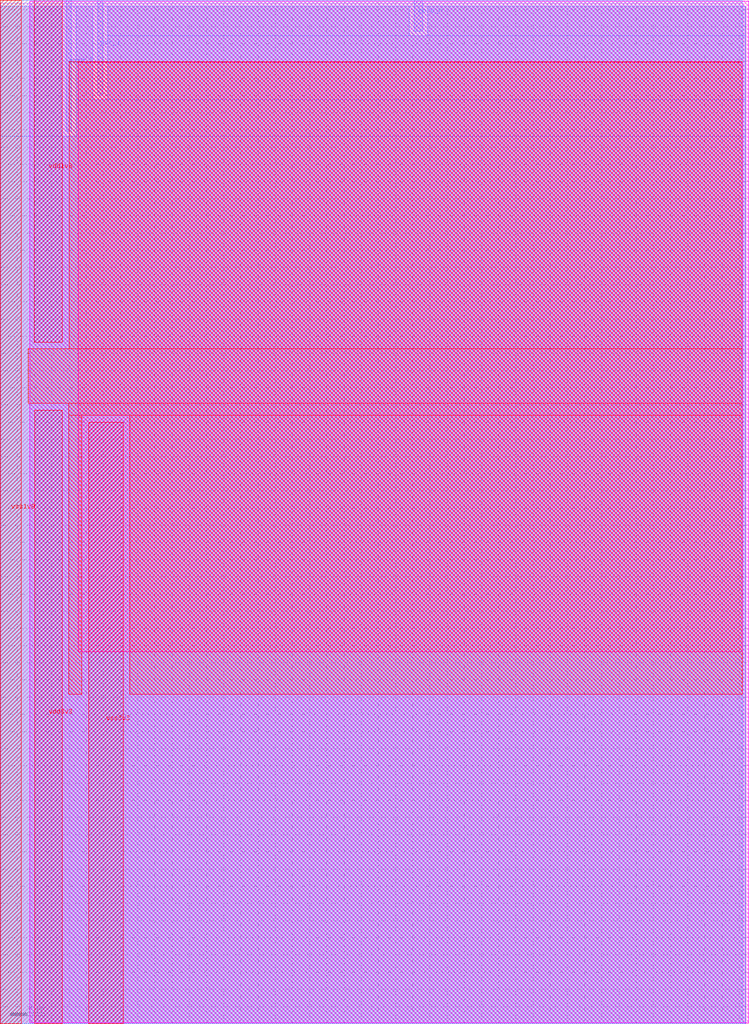
<source format=lef>
VERSION 5.7 ;
  NOWIREEXTENSIONATPIN ON ;
  DIVIDERCHAR "/" ;
  BUSBITCHARS "[]" ;
MACRO sky130_ef_ip__simple_por4x
  CLASS BLOCK ;
  FOREIGN sky130_ef_ip__simple_por4x ;
  ORIGIN 0.000 0.000 ;
  SIZE 43.575 BY 59.560 ;
  PIN vdd3v3
    DIRECTION INOUT ;
    USE POWER ;
    PORT
      LAYER met4 ;
        RECT 2.005 0.000 3.595 35.700 ;
    END
  END vdd3v3
  PIN vdd1v8
    DIRECTION INOUT ;
    USE POWER ;
    PORT
      LAYER met4 ;
        RECT 1.965 39.660 3.610 59.560 ;
    END
  END vdd1v8
  PIN vss3v3
    DIRECTION INOUT ;
    USE GROUND ;
    PORT
      LAYER met4 ;
        RECT 5.145 0.000 7.145 34.990 ;
    END
  END vss3v3
  PIN porb_h
    DIRECTION OUTPUT ;
    USE SIGNAL ;
    ANTENNADIFFAREA 10.080000 ;
    PORT
      LAYER met2 ;
        RECT 24.080 57.750 24.585 59.555 ;
    END
  END porb_h
  PIN por_l
    DIRECTION OUTPUT ;
    USE SIGNAL ;
    ANTENNADIFFAREA 2.520000 ;
    PORT
      LAYER met2 ;
        RECT 5.665 54.030 5.965 59.560 ;
    END
  END por_l
  PIN porb_l
    DIRECTION OUTPUT ;
    USE SIGNAL ;
    ANTENNADIFFAREA 2.520000 ;
    PORT
      LAYER met2 ;
        RECT 3.840 51.925 4.140 59.555 ;
    END
  END porb_l
  PIN vss1v8
    DIRECTION INOUT ;
    USE GROUND ;
    PORT
      LAYER met4 ;
        RECT 0.000 0.000 1.230 59.555 ;
    END
  END vss1v8
  OBS
      LAYER nwell ;
        RECT 1.730 0.070 43.545 59.500 ;
      LAYER li1 ;
        RECT 0.040 0.000 43.240 59.360 ;
      LAYER met1 ;
        RECT 0.000 0.000 43.365 59.200 ;
      LAYER met2 ;
        RECT 0.000 51.645 3.560 59.200 ;
        RECT 4.420 53.750 5.385 59.200 ;
        RECT 6.245 57.470 23.800 59.200 ;
        RECT 24.865 57.470 43.350 59.200 ;
        RECT 6.245 53.750 43.350 57.470 ;
        RECT 4.420 51.645 43.350 53.750 ;
        RECT 0.000 0.000 43.350 51.645 ;
      LAYER met3 ;
        RECT 0.000 0.000 43.165 59.555 ;
      LAYER met4 ;
        RECT 4.010 39.260 43.165 55.960 ;
        RECT 1.630 36.100 43.165 39.260 ;
        RECT 3.995 35.390 43.165 36.100 ;
        RECT 3.995 19.155 4.745 35.390 ;
        RECT 7.545 19.155 43.165 35.390 ;
      LAYER met5 ;
        RECT 4.525 21.635 43.170 55.925 ;
  END
END sky130_ef_ip__simple_por4x
END LIBRARY


</source>
